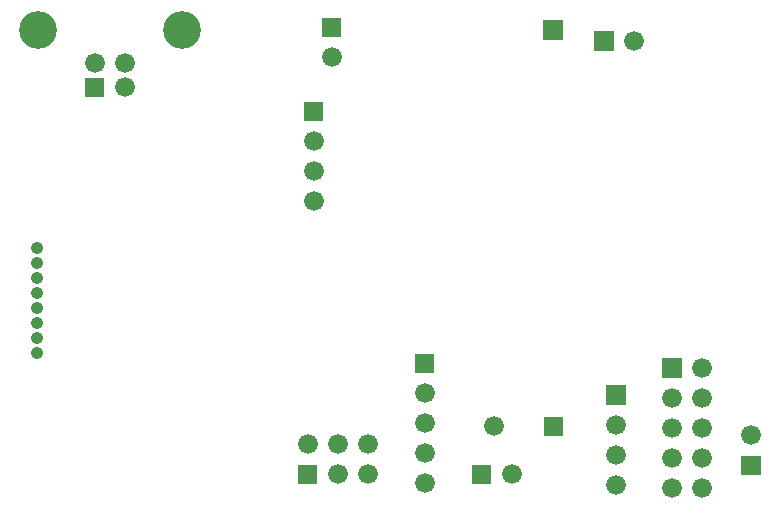
<source format=gbr>
G04 start of page 5 for group -4062 idx -4062
G04 Title: (unknown), soldermask *
G04 Creator: pcb 20070912 *
G04 CreationDate: Fri Dec  7 19:10:14 2007 UTC *
G04 For: sean *
G04 Format: Gerber/RS-274X *
G04 PCB-Dimensions: 260000 170000 *
G04 PCB-Coordinate-Origin: lower left *
%MOIN*%
%FSLAX24Y24*%
%LNBACKMASK*%
%ADD12C,0.0200*%
%ADD30C,0.0660*%
%ADD31C,0.0420*%
%ADD32C,0.1260*%
G54D12*G36*
X21610Y5280D02*Y4620D01*
X22270D01*
Y5280D01*
X21610D01*
G37*
G54D30*X22940Y4950D03*
X21940Y3950D03*
X22940D03*
Y2950D03*
Y1950D03*
Y950D03*
G54D12*G36*
X24260Y2030D02*Y1370D01*
X24920D01*
Y2030D01*
X24260D01*
G37*
G54D30*X24590Y2700D03*
G54D12*G36*
X17670Y3330D02*Y2670D01*
X18330D01*
Y3330D01*
X17670D01*
G37*
G54D31*X780Y8960D03*
Y8460D03*
Y7960D03*
Y7460D03*
Y6960D03*
Y6460D03*
Y5960D03*
Y5460D03*
G54D12*G36*
X2370Y14630D02*Y13970D01*
X3030D01*
Y14630D01*
X2370D01*
G37*
G54D30*X3700Y14300D03*
Y15100D03*
X2700D03*
G54D32*X800Y16200D03*
X5600D03*
G54D12*G36*
X9670Y13830D02*Y13170D01*
X10330D01*
Y13830D01*
X9670D01*
G37*
G54D30*X10000Y12500D03*
Y11500D03*
Y10500D03*
G54D12*G36*
X10270Y16630D02*Y15970D01*
X10930D01*
Y16630D01*
X10270D01*
G37*
G54D30*X10600Y15300D03*
G54D12*G36*
X17650Y16540D02*Y15880D01*
X18310D01*
Y16540D01*
X17650D01*
G37*
G54D30*X21940Y1950D03*
Y950D03*
Y2950D03*
G54D12*G36*
X19760Y4380D02*Y3720D01*
X20420D01*
Y4380D01*
X19760D01*
G37*
G54D30*X20090Y3050D03*
Y2050D03*
Y1050D03*
G54D12*G36*
X19360Y16190D02*Y15530D01*
X20020D01*
Y16190D01*
X19360D01*
G37*
G54D30*X20690Y15860D03*
G54D12*G36*
X9470Y1730D02*Y1070D01*
X10130D01*
Y1730D01*
X9470D01*
G37*
G54D30*X9800Y2400D03*
X10800Y1400D03*
Y2400D03*
X11800Y1400D03*
G54D12*G36*
X15270Y1730D02*Y1070D01*
X15930D01*
Y1730D01*
X15270D01*
G37*
G54D30*X16600Y1400D03*
X11800Y2400D03*
X16000Y3000D03*
G54D12*G36*
X13370Y5430D02*Y4770D01*
X14030D01*
Y5430D01*
X13370D01*
G37*
G54D30*X13700Y4100D03*
Y3100D03*
Y2100D03*
Y1100D03*
M02*

</source>
